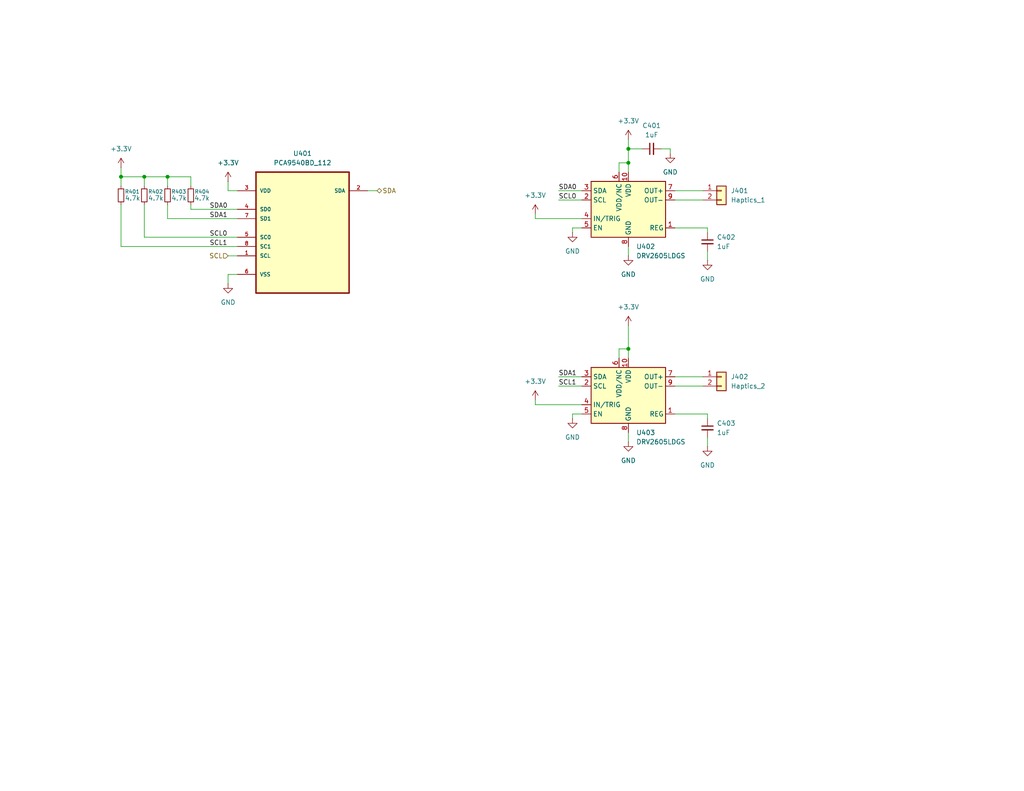
<source format=kicad_sch>
(kicad_sch (version 20250114) (generator "eeschema") (generator_version "9.0")
  (paper "USLetter")
  (title_block (title "Cyclops (Team 30)") (date "2025-11-28") (rev "1") (company "Concordia University, Department of Electrical and Computer Engineering"))
  (lib_symbols
    (symbol "Connector_Generic:Conn_01x02" (pin_names (offset 1.016) (hide yes))
      (property "Reference" "J" (at 0 2.54 0))
      (property "Value" "Conn_01x02" (at 0 -5.08 0))
      (symbol "Conn_01x02_1_1"
        (rectangle (start -1.27 1.27) (end 1.27 -3.81) (stroke (width 0.254)) (fill (type background)))
        (rectangle (start -1.27 0.127) (end 0 -0.127) (stroke (width 0.1524)))
        (rectangle (start -1.27 -2.413) (end 0 -2.667) (stroke (width 0.1524)))
        (pin passive line (at -5.08 0 0) (length 3.81) (name "Pin_1") (number "1"))
        (pin passive line (at -5.08 -2.54 0) (length 3.81) (name "Pin_2") (number "2"))
      )
    )
    (symbol "Device:C_Small" (pin_numbers (hide yes)) (pin_names (offset 0.254) (hide yes))
      (property "Reference" "C" (at 0.254 1.778 0))
      (property "Value" "C_Small" (at 0.254 -2.032 0))
      (symbol "C_Small_0_1"
        (polyline (pts (xy -1.524 0.508) (xy 1.524 0.508)) (stroke (width 0.3048)))
        (polyline (pts (xy -1.524 -0.508) (xy 1.524 -0.508)) (stroke (width 0.3302)))
      )
      (symbol "C_Small_1_1"
        (pin passive line (at 0 2.54 270) (length 2.032) (name "~") (number "1"))
        (pin passive line (at 0 -2.54 90) (length 2.032) (name "~") (number "2"))
      )
    )
    (symbol "Device:R_Small" (pin_numbers (hide yes)) (pin_names (offset 0.254) (hide yes))
      (property "Reference" "R" (at 0 0 90))
      (property "Value" "R_Small" (at 1.778 0 90))
      (symbol "R_Small_0_1"
        (rectangle (start -0.762 1.778) (end 0.762 -1.778) (stroke (width 0.2032)))
      )
      (symbol "R_Small_1_1"
        (pin passive line (at 0 2.54 270) (length 0.762) (name "~") (number "1"))
        (pin passive line (at 0 -2.54 90) (length 0.762) (name "~") (number "2"))
      )
    )
    (symbol "Driver_Haptic:DRV2605LDGS"
      (property "Reference" "U" (at -10.16 8.255 0))
      (property "Value" "DRV2605LDGS" (at 2.54 -8.89 0))
      (symbol "DRV2605LDGS_0_1"
        (rectangle (start -10.16 7.62) (end 10.16 -7.62) (stroke (width 0.254)) (fill (type background)))
      )
      (symbol "DRV2605LDGS_1_1"
        (pin bidirectional line (at -12.7 5.08 0) (length 2.54) (name "SDA") (number "3"))
        (pin input line (at -12.7 2.54 0) (length 2.54) (name "SCL") (number "2"))
        (pin input line (at -12.7 -2.54 0) (length 2.54) (name "IN/TRIG") (number "4"))
        (pin input line (at -12.7 -5.08 0) (length 2.54) (name "EN") (number "5"))
        (pin power_in line (at -2.54 10.16 270) (length 2.54) (name "VDD/NC") (number "6"))
        (pin power_in line (at 0 10.16 270) (length 2.54) (name "VDD") (number "10"))
        (pin power_in line (at 0 -10.16 90) (length 2.54) (name "GND") (number "8"))
        (pin output line (at 12.7 5.08 180) (length 2.54) (name "OUT+") (number "7"))
        (pin output line (at 12.7 2.54 180) (length 2.54) (name "OUT-") (number "9"))
        (pin passive line (at 12.7 -5.08 180) (length 2.54) (name "REG") (number "1"))
      )
    )
    (symbol "PCA9540BD_112:PCA9540BD_112" (pin_names (offset 1.016))
      (property "Reference" "U" (at -5.5477 15.5488 0))
      (property "Value" "PCA9540BD_112" (at -3.9392 -25.1091 0))
      (symbol "PCA9540BD_112_0_0"
        (rectangle (start -12.7 -20.32) (end 12.7 12.7) (stroke (width 0.4064)) (fill (type background)))
        (pin power_in line (at -17.78 7.62 0) (length 5.08) (name "VDD") (number "3"))
        (pin bidirectional line (at -17.78 2.54 0) (length 5.08) (name "SD0") (number "4"))
        (pin bidirectional line (at -17.78 0 0) (length 5.08) (name "SD1") (number "7"))
        (pin input line (at -17.78 -5.08 0) (length 5.08) (name "SC0") (number "5"))
        (pin input line (at -17.78 -7.62 0) (length 5.08) (name "SC1") (number "8"))
        (pin input line (at -17.78 -10.16 0) (length 5.08) (name "SCL") (number "1"))
        (pin power_in line (at -17.78 -15.24 0) (length 5.08) (name "VSS") (number "6"))
        (pin bidirectional line (at 17.78 7.62 180) (length 5.08) (name "SDA") (number "2"))
      )
    )
    (symbol "power:+3.3V" (power) (pin_numbers (hide yes)) (pin_names (offset 0) (hide yes))
      (property "Value" "+3.3V" (at 0 3.556 0))
      (symbol "+3.3V_0_1"
        (polyline (pts (xy -0.762 1.27) (xy 0 2.54)))
        (polyline (pts (xy 0 2.54) (xy 0.762 1.27)))
        (polyline (pts (xy 0 0) (xy 0 2.54)))
      )
      (symbol "+3.3V_1_1"
        (pin power_in line (at 0 0 90) (length 0) (name "~") (number "1"))
      )
    )
    (symbol "power:GND" (power) (pin_numbers (hide yes)) (pin_names (offset 0) (hide yes))
      (property "Value" "GND" (at 0 -3.81 0))
      (symbol "GND_0_1"
        (polyline (pts (xy 0 0) (xy 0 -1.27) (xy 1.27 -1.27) (xy 0 -2.54) (xy -1.27 -1.27) (xy 0 -1.27)))
      )
      (symbol "GND_1_1"
        (pin power_in line (at 0 0 270) (length 0) (name "~") (number "1"))
      )
    )
  )
  (junction (at 171.45 95.25))
  (junction (at 171.45 40.64))
  (junction (at 171.45 44.45))
  (junction (at 45.72 48.26))
  (junction (at 39.37 48.26))
  (junction (at 33.02 48.26))
  (wire (pts (xy 171.45 67.31) (xy 171.45 69.85)))
  (wire (pts (xy 52.07 48.26) (xy 52.07 50.8)))
  (wire (pts (xy 33.02 55.88) (xy 33.02 67.31)))
  (wire (pts (xy 171.45 40.64) (xy 171.45 44.45)))
  (wire (pts (xy 158.75 110.49) (xy 146.05 110.49)))
  (wire (pts (xy 39.37 64.77) (xy 64.77 64.77)))
  (wire (pts (xy 33.02 67.31) (xy 64.77 67.31)))
  (wire (pts (xy 39.37 48.26) (xy 39.37 50.8)))
  (wire (pts (xy 45.72 59.69) (xy 64.77 59.69)))
  (wire (pts (xy 152.4 52.07) (xy 158.75 52.07)))
  (wire (pts (xy 62.23 69.85) (xy 64.77 69.85)))
  (wire (pts (xy 184.15 105.41) (xy 191.77 105.41)))
  (wire (pts (xy 33.02 48.26) (xy 33.02 50.8)))
  (wire (pts (xy 171.45 38.1) (xy 171.45 40.64)))
  (wire (pts (xy 193.04 119.38) (xy 193.04 121.92)))
  (wire (pts (xy 39.37 55.88) (xy 39.37 64.77)))
  (wire (pts (xy 168.91 46.99) (xy 168.91 44.45)))
  (wire (pts (xy 193.04 114.3) (xy 193.04 113.03)))
  (wire (pts (xy 193.04 68.58) (xy 193.04 71.12)))
  (wire (pts (xy 168.91 95.25) (xy 171.45 95.25)))
  (wire (pts (xy 152.4 102.87) (xy 158.75 102.87)))
  (wire (pts (xy 168.91 44.45) (xy 171.45 44.45)))
  (wire (pts (xy 100.33 52.07) (xy 102.87 52.07)))
  (wire (pts (xy 33.02 45.72) (xy 33.02 48.26)))
  (wire (pts (xy 168.91 97.79) (xy 168.91 95.25)))
  (wire (pts (xy 64.77 52.07) (xy 62.23 52.07)))
  (wire (pts (xy 39.37 48.26) (xy 45.72 48.26)))
  (wire (pts (xy 158.75 62.23) (xy 156.21 62.23)))
  (wire (pts (xy 156.21 62.23) (xy 156.21 63.5)))
  (wire (pts (xy 175.26 40.64) (xy 171.45 40.64)))
  (wire (pts (xy 152.4 105.41) (xy 158.75 105.41)))
  (wire (pts (xy 182.88 40.64) (xy 182.88 41.91)))
  (wire (pts (xy 193.04 62.23) (xy 184.15 62.23)))
  (wire (pts (xy 64.77 74.93) (xy 62.23 74.93)))
  (wire (pts (xy 156.21 113.03) (xy 156.21 114.3)))
  (wire (pts (xy 45.72 48.26) (xy 52.07 48.26)))
  (wire (pts (xy 158.75 113.03) (xy 156.21 113.03)))
  (wire (pts (xy 184.15 102.87) (xy 191.77 102.87)))
  (wire (pts (xy 62.23 74.93) (xy 62.23 77.47)))
  (wire (pts (xy 146.05 59.69) (xy 146.05 58.42)))
  (wire (pts (xy 184.15 54.61) (xy 191.77 54.61)))
  (wire (pts (xy 45.72 55.88) (xy 45.72 59.69)))
  (wire (pts (xy 193.04 113.03) (xy 184.15 113.03)))
  (wire (pts (xy 184.15 52.07) (xy 191.77 52.07)))
  (wire (pts (xy 180.34 40.64) (xy 182.88 40.64)))
  (wire (pts (xy 62.23 49.53) (xy 62.23 52.07)))
  (wire (pts (xy 45.72 48.26) (xy 45.72 50.8)))
  (wire (pts (xy 152.4 54.61) (xy 158.75 54.61)))
  (wire (pts (xy 171.45 95.25) (xy 171.45 97.79)))
  (wire (pts (xy 33.02 48.26) (xy 39.37 48.26)))
  (wire (pts (xy 171.45 118.11) (xy 171.45 120.65)))
  (wire (pts (xy 171.45 44.45) (xy 171.45 46.99)))
  (wire (pts (xy 171.45 88.9) (xy 171.45 95.25)))
  (wire (pts (xy 158.75 59.69) (xy 146.05 59.69)))
  (wire (pts (xy 52.07 55.88) (xy 52.07 57.15)))
  (wire (pts (xy 193.04 63.5) (xy 193.04 62.23)))
  (wire (pts (xy 52.07 57.15) (xy 64.77 57.15)))
  (wire (pts (xy 146.05 110.49) (xy 146.05 109.22)))
  (label "SCL0" (at 152.4 54.61 0))
  (label "SDA1" (at 152.4 102.87 0))
  (label "SDA0" (at 57.15 57.15 0))
  (label "SCL1" (at 152.4 105.41 0))
  (label "SCL0" (at 57.15 64.77 0))
  (label "SDA0" (at 152.4 52.07 0))
  (label "SDA1" (at 57.15 59.69 0))
  (label "SCL1" (at 57.15 67.31 0))
  (hierarchical_label "SCL" (shape input) (at 62.23 69.85 180))
  (hierarchical_label "SDA" (shape bidirectional) (at 102.87 52.07 0))
  (symbol (lib_id "power:+3.3V") (at 62.23 49.53 0) (unit 1)
    (property "Reference" "#PWR0402" (effects (hide yes)))
    (property "Value" "+3.3V" (at 62.23 44.45 0))
    (property "Description" "Power symbol creates a global label with name \"+3.3V\"" (effects (hide yes)))
  )
  (symbol (lib_id "power:GND") (at 193.04 121.92 0) (unit 1)
    (property "Reference" "#PWR0414" (effects (hide yes)))
    (property "Value" "GND" (at 193.04 127 0))
    (property "Description" "Power symbol creates a global label with name \"GND\" , ground" (effects (hide yes)))
  )
  (symbol (lib_id "Connector_Generic:Conn_01x02") (at 196.85 102.87 0) (unit 1)
    (property "Reference" "J402" (at 199.39 102.8699 0) (effects (justify left)))
    (property "Value" "Haptics_2" (at 199.39 105.4099 0) (effects (justify left)))
    (property "Footprint" "Connector_JST:JST_ZH_B2B-ZR_1x02_P1.50mm_Vertical" (effects (hide yes)))
    (property "Description" "Generic connector, single row, 01x02, script generated (kicad-library-utils/schlib/autogen/connector/)" (effects (hide yes)))
  )
  (symbol (lib_id "power:GND") (at 171.45 69.85 0) (unit 1)
    (property "Reference" "#PWR0409" (effects (hide yes)))
    (property "Value" "GND" (at 171.45 74.93 0))
    (property "Description" "Power symbol creates a global label with name \"GND\" , ground" (effects (hide yes)))
  )
  (symbol (lib_id "power:GND") (at 171.45 120.65 0) (unit 1)
    (property "Reference" "#PWR0411" (effects (hide yes)))
    (property "Value" "GND" (at 171.45 125.73 0))
    (property "Description" "Power symbol creates a global label with name \"GND\" , ground" (effects (hide yes)))
  )
  (symbol (lib_id "power:+3.3V") (at 171.45 38.1 0) (unit 1)
    (property "Reference" "#PWR0408" (effects (hide yes)))
    (property "Value" "+3.3V" (at 171.45 33.02 0))
    (property "Description" "Power symbol creates a global label with name \"+3.3V\"" (effects (hide yes)))
  )
  (symbol (lib_id "Device:R_Small") (at 33.02 53.34 180) (unit 1)
    (property "Reference" "R401" (at 34.036 52.324 0) (effects (font (size 1.016 1.016)) (justify right)))
    (property "Value" "4.7k" (at 34.036 54.102 0) (effects (justify right)))
    (property "Footprint" "Resistor_SMD:R_1206_3216Metric_Pad1.30x1.75mm_HandSolder" (effects (hide yes)))
    (property "Description" "Resistor, small symbol" (effects (hide yes)))
  )
  (symbol (lib_id "PCA9540BD_112:PCA9540BD_112") (at 82.55 59.69 0) (unit 1)
    (property "Reference" "U401" (at 82.55 41.91 0))
    (property "Value" "PCA9540BD_112" (at 82.55 44.45 0))
    (property "Footprint" "Package_SO:SO-8_3.9x4.9mm_P1.27mm" (effects (hide yes)))
    (property "MF" "NXP USA" (effects (hide yes)))
    (property "Description_1" "2-Channel I2C Multiplexer Interface 8-SO" (effects (hide yes)))
    (property "PACKAGE" "SOIC-8" (effects (hide yes)))
    (property "MPN" "PCA9540BD,112" (effects (hide yes)))
    (property "Price" "None" (effects (hide yes)))
    (property "Package" "SO-8 NXP Semiconductors" (effects (hide yes)))
    (property "OC_FARNELL" "1831206" (effects (hide yes)))
    (property "SnapEDA_Link" "https://www.snapeda.com/parts/PCA9540BD,112/NXP+Semiconductors/view-part/?ref=snap" (effects (hide yes)))
    (property "MP" "PCA9540BD,112" (effects (hide yes)))
    (property "SUPPLIER" "NXP" (effects (hide yes)))
    (property "OC_NEWARK" "70R6561" (effects (hide yes)))
    (property "Availability" "In Stock" (effects (hide yes)))
    (property "Check_prices" "https://www.snapeda.com/parts/PCA9540BD,112/NXP+Semiconductors/view-part/?ref=eda" (effects (hide yes)))
  )
  (symbol (lib_id "Connector_Generic:Conn_01x02") (at 196.85 52.07 0) (unit 1)
    (property "Reference" "J401" (at 199.39 52.0699 0) (effects (justify left)))
    (property "Value" "Haptics_1" (at 199.39 54.6099 0) (effects (justify left)))
    (property "Footprint" "Connector_JST:JST_ZH_B2B-ZR_1x02_P1.50mm_Vertical" (effects (hide yes)))
    (property "Description" "Generic connector, single row, 01x02, script generated (kicad-library-utils/schlib/autogen/connector/)" (effects (hide yes)))
  )
  (symbol (lib_id "power:+3.3V") (at 146.05 58.42 0) (unit 1)
    (property "Reference" "#PWR0404" (effects (hide yes)))
    (property "Value" "+3.3V" (at 146.05 53.34 0))
    (property "Description" "Power symbol creates a global label with name \"+3.3V\"" (effects (hide yes)))
  )
  (symbol (lib_id "power:GND") (at 62.23 77.47 0) (unit 1)
    (property "Reference" "#PWR0403" (effects (hide yes)))
    (property "Value" "GND" (at 62.23 82.55 0))
    (property "Description" "Power symbol creates a global label with name \"GND\" , ground" (effects (hide yes)))
  )
  (symbol (lib_id "power:GND") (at 182.88 41.91 0) (unit 1)
    (property "Reference" "#PWR0412" (effects (hide yes)))
    (property "Value" "GND" (at 182.88 46.99 0))
    (property "Description" "Power symbol creates a global label with name \"GND\" , ground" (effects (hide yes)))
  )
  (symbol (lib_id "Device:C_Small") (at 177.8 40.64 90) (unit 1)
    (property "Reference" "C401" (at 177.8063 34.29 90))
    (property "Value" "1uF" (at 177.8063 36.83 90))
    (property "Footprint" "Capacitor_SMD:C_1206_3216Metric_Pad1.33x1.80mm_HandSolder" (effects (hide yes)))
    (property "Description" "Unpolarized capacitor, small symbol" (effects (hide yes)))
  )
  (symbol (lib_id "power:GND") (at 193.04 71.12 0) (unit 1)
    (property "Reference" "#PWR0413" (effects (hide yes)))
    (property "Value" "GND" (at 193.04 76.2 0))
    (property "Description" "Power symbol creates a global label with name \"GND\" , ground" (effects (hide yes)))
  )
  (symbol (lib_id "power:+3.3V") (at 171.45 88.9 0) (unit 1)
    (property "Reference" "#PWR0410" (effects (hide yes)))
    (property "Value" "+3.3V" (at 171.45 83.82 0))
    (property "Description" "Power symbol creates a global label with name \"+3.3V\"" (effects (hide yes)))
  )
  (symbol (lib_id "Driver_Haptic:DRV2605LDGS") (at 171.45 57.15 0) (unit 1)
    (property "Reference" "U402" (at 173.5933 67.31 0) (effects (justify left)))
    (property "Value" "DRV2605LDGS" (at 173.5933 69.85 0) (effects (justify left)))
    (property "Footprint" "Package_SO:VSSOP-10_3x3mm_P0.5mm" (effects (hide yes)))
    (property "Datasheet" "http://www.ti.com/lit/ds/symlink/drv2605l.pdf" (effects (hide yes)))
    (property "Description" "Haptic driver for LRAs and ERMs with effect library, 2-5.2V, VSSOP-10" (effects (hide yes)))
  )
  (symbol (lib_id "power:+3.3V") (at 146.05 109.22 0) (unit 1)
    (property "Reference" "#PWR0405" (effects (hide yes)))
    (property "Value" "+3.3V" (at 146.05 104.14 0))
    (property "Description" "Power symbol creates a global label with name \"+3.3V\"" (effects (hide yes)))
  )
  (symbol (lib_id "Driver_Haptic:DRV2605LDGS") (at 171.45 107.95 0) (unit 1)
    (property "Reference" "U403" (at 173.5933 118.11 0) (effects (justify left)))
    (property "Value" "DRV2605LDGS" (at 173.5933 120.65 0) (effects (justify left)))
    (property "Footprint" "Package_SO:VSSOP-10_3x3mm_P0.5mm" (effects (hide yes)))
    (property "Datasheet" "http://www.ti.com/lit/ds/symlink/drv2605l.pdf" (effects (hide yes)))
    (property "Description" "Haptic driver for LRAs and ERMs with effect library, 2-5.2V, VSSOP-10" (effects (hide yes)))
  )
  (symbol (lib_id "Device:R_Small") (at 52.07 53.34 180) (unit 1)
    (property "Reference" "R404" (at 55.118 52.324 0) (effects (font (size 1.016 1.016))))
    (property "Value" "4.7k" (at 55.118 54.102 0))
    (property "Footprint" "Resistor_SMD:R_1206_3216Metric_Pad1.30x1.75mm_HandSolder" (effects (hide yes)))
    (property "Description" "Resistor, small symbol" (effects (hide yes)))
  )
  (symbol (lib_id "power:GND") (at 156.21 114.3 0) (unit 1)
    (property "Reference" "#PWR0407" (effects (hide yes)))
    (property "Value" "GND" (at 156.21 119.38 0))
    (property "Description" "Power symbol creates a global label with name \"GND\" , ground" (effects (hide yes)))
  )
  (symbol (lib_id "Device:R_Small") (at 45.72 53.34 180) (unit 1)
    (property "Reference" "R403" (at 46.736 52.324 0) (effects (font (size 1.016 1.016)) (justify right)))
    (property "Value" "4.7k" (at 46.736 54.102 0) (effects (justify right)))
    (property "Footprint" "Resistor_SMD:R_1206_3216Metric_Pad1.30x1.75mm_HandSolder" (effects (hide yes)))
    (property "Description" "Resistor, small symbol" (effects (hide yes)))
  )
  (symbol (lib_id "power:+3.3V") (at 33.02 45.72 0) (unit 1)
    (property "Reference" "#PWR0401" (effects (hide yes)))
    (property "Value" "+3.3V" (at 33.02 40.64 0))
    (property "Description" "Power symbol creates a global label with name \"+3.3V\"" (effects (hide yes)))
  )
  (symbol (lib_id "power:GND") (at 156.21 63.5 0) (unit 1)
    (property "Reference" "#PWR0406" (effects (hide yes)))
    (property "Value" "GND" (at 156.21 68.58 0))
    (property "Description" "Power symbol creates a global label with name \"GND\" , ground" (effects (hide yes)))
  )
  (symbol (lib_id "Device:C_Small") (at 193.04 66.04 0) (unit 1)
    (property "Reference" "C402" (at 195.58 64.7762 0) (effects (justify left)))
    (property "Value" "1uF" (at 195.58 67.3162 0) (effects (justify left)))
    (property "Footprint" "Capacitor_SMD:C_1206_3216Metric_Pad1.33x1.80mm_HandSolder" (effects (hide yes)))
    (property "Description" "Unpolarized capacitor, small symbol" (effects (hide yes)))
  )
  (symbol (lib_id "Device:R_Small") (at 39.37 53.34 180) (unit 1)
    (property "Reference" "R402" (at 40.386 52.324 0) (effects (font (size 1.016 1.016)) (justify right)))
    (property "Value" "4.7k" (at 40.386 54.102 0) (effects (justify right)))
    (property "Footprint" "Resistor_SMD:R_1206_3216Metric_Pad1.30x1.75mm_HandSolder" (effects (hide yes)))
    (property "Description" "Resistor, small symbol" (effects (hide yes)))
  )
  (symbol (lib_id "Device:C_Small") (at 193.04 116.84 0) (unit 1)
    (property "Reference" "C403" (at 195.58 115.5762 0) (effects (justify left)))
    (property "Value" "1uF" (at 195.58 118.1162 0) (effects (justify left)))
    (property "Footprint" "Capacitor_SMD:C_1206_3216Metric_Pad1.33x1.80mm_HandSolder" (effects (hide yes)))
    (property "Description" "Unpolarized capacitor, small symbol" (effects (hide yes)))
  )
)
</source>
